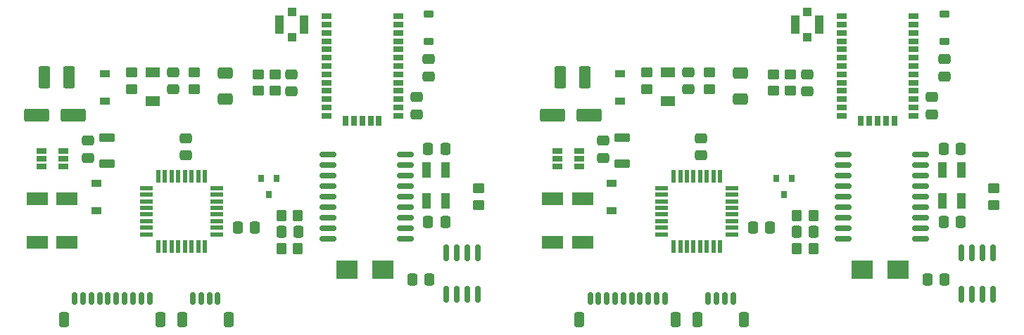
<source format=gbr>
%TF.GenerationSoftware,KiCad,Pcbnew,7.0.10*%
%TF.CreationDate,2024-01-03T22:03:13+01:00*%
%TF.ProjectId,SmartDisplay,536d6172-7444-4697-9370-6c61792e6b69,rev?*%
%TF.SameCoordinates,Original*%
%TF.FileFunction,Paste,Top*%
%TF.FilePolarity,Positive*%
%FSLAX46Y46*%
G04 Gerber Fmt 4.6, Leading zero omitted, Abs format (unit mm)*
G04 Created by KiCad (PCBNEW 7.0.10) date 2024-01-03 22:03:13*
%MOMM*%
%LPD*%
G01*
G04 APERTURE LIST*
G04 Aperture macros list*
%AMRoundRect*
0 Rectangle with rounded corners*
0 $1 Rounding radius*
0 $2 $3 $4 $5 $6 $7 $8 $9 X,Y pos of 4 corners*
0 Add a 4 corners polygon primitive as box body*
4,1,4,$2,$3,$4,$5,$6,$7,$8,$9,$2,$3,0*
0 Add four circle primitives for the rounded corners*
1,1,$1+$1,$2,$3*
1,1,$1+$1,$4,$5*
1,1,$1+$1,$6,$7*
1,1,$1+$1,$8,$9*
0 Add four rect primitives between the rounded corners*
20,1,$1+$1,$2,$3,$4,$5,0*
20,1,$1+$1,$4,$5,$6,$7,0*
20,1,$1+$1,$6,$7,$8,$9,0*
20,1,$1+$1,$8,$9,$2,$3,0*%
G04 Aperture macros list end*
%ADD10RoundRect,0.250000X0.475000X-0.337500X0.475000X0.337500X-0.475000X0.337500X-0.475000X-0.337500X0*%
%ADD11RoundRect,0.249999X-0.350001X-0.450001X0.350001X-0.450001X0.350001X0.450001X-0.350001X0.450001X0*%
%ADD12RoundRect,0.249999X-0.450001X0.350001X-0.450001X-0.350001X0.450001X-0.350001X0.450001X0.350001X0*%
%ADD13RoundRect,0.249999X0.450001X-0.350001X0.450001X0.350001X-0.450001X0.350001X-0.450001X-0.350001X0*%
%ADD14R,1.700000X1.300000*%
%ADD15R,2.500000X2.300000*%
%ADD16R,1.100000X1.900000*%
%ADD17RoundRect,0.250000X0.337500X0.475000X-0.337500X0.475000X-0.337500X-0.475000X0.337500X-0.475000X0*%
%ADD18RoundRect,0.250000X-0.337500X-0.475000X0.337500X-0.475000X0.337500X0.475000X-0.337500X0.475000X0*%
%ADD19RoundRect,0.150000X-0.150000X0.825000X-0.150000X-0.825000X0.150000X-0.825000X0.150000X0.825000X0*%
%ADD20R,1.600000X0.550000*%
%ADD21R,0.550000X1.600000*%
%ADD22RoundRect,0.150000X0.875000X0.150000X-0.875000X0.150000X-0.875000X-0.150000X0.875000X-0.150000X0*%
%ADD23RoundRect,0.250000X-0.462500X-1.075000X0.462500X-1.075000X0.462500X1.075000X-0.462500X1.075000X0*%
%ADD24RoundRect,0.250000X-1.250000X-0.550000X1.250000X-0.550000X1.250000X0.550000X-1.250000X0.550000X0*%
%ADD25RoundRect,0.250000X-1.050000X-0.550000X1.050000X-0.550000X1.050000X0.550000X-1.050000X0.550000X0*%
%ADD26RoundRect,0.250000X0.700000X-0.275000X0.700000X0.275000X-0.700000X0.275000X-0.700000X-0.275000X0*%
%ADD27RoundRect,0.249997X0.650003X-0.412503X0.650003X0.412503X-0.650003X0.412503X-0.650003X-0.412503X0*%
%ADD28R,1.143000X0.711200*%
%ADD29R,0.711200X1.143000*%
%ADD30R,1.220000X0.650000*%
%ADD31R,1.000000X1.000000*%
%ADD32R,1.050000X2.200000*%
%ADD33R,0.800000X0.900000*%
%ADD34R,1.200000X0.900000*%
%ADD35RoundRect,0.225000X-0.375000X0.225000X-0.375000X-0.225000X0.375000X-0.225000X0.375000X0.225000X0*%
%ADD36RoundRect,0.150000X0.150000X0.625000X-0.150000X0.625000X-0.150000X-0.625000X0.150000X-0.625000X0*%
%ADD37RoundRect,0.250000X0.350000X0.650000X-0.350000X0.650000X-0.350000X-0.650000X0.350000X-0.650000X0*%
G04 APERTURE END LIST*
D10*
%TO.C,C3*%
X93091612Y-46283491D03*
X93091612Y-44208491D03*
%TD*%
D11*
%TO.C,R5*%
X75341612Y-67033491D03*
X77341612Y-67033491D03*
%TD*%
%TO.C,R6*%
X75341612Y-63033491D03*
X77341612Y-63033491D03*
%TD*%
D10*
%TO.C,C12*%
X62341612Y-47845991D03*
X62341612Y-45770991D03*
%TD*%
%TO.C,C2*%
X63841612Y-55783491D03*
X63841612Y-53708491D03*
%TD*%
D12*
%TO.C,R4*%
X72591612Y-46033491D03*
X72591612Y-48033491D03*
%TD*%
D13*
%TO.C,R1*%
X57341612Y-47783491D03*
X57341612Y-45783491D03*
%TD*%
D14*
%TO.C,D4*%
X59841612Y-49283491D03*
X59841612Y-45783491D03*
%TD*%
D15*
%TO.C,D6*%
X87533612Y-69583491D03*
X83233612Y-69583491D03*
%TD*%
D16*
%TO.C,Y1*%
X92841612Y-57583491D03*
X92841612Y-61283491D03*
X95141612Y-61283491D03*
X95141612Y-57583491D03*
%TD*%
D17*
%TO.C,C10*%
X95091612Y-63783491D03*
X93016612Y-63783491D03*
%TD*%
D18*
%TO.C,C15*%
X91091612Y-70783491D03*
X93166612Y-70783491D03*
%TD*%
D19*
%TO.C,U4*%
X98963612Y-67583491D03*
X97693612Y-67583491D03*
X96423612Y-67583491D03*
X95153612Y-67583491D03*
X95153612Y-72533491D03*
X96423612Y-72533491D03*
X97693612Y-72533491D03*
X98963612Y-72533491D03*
%TD*%
D13*
%TO.C,R7*%
X99091612Y-61783491D03*
X99091612Y-59783491D03*
%TD*%
D18*
%TO.C,C11*%
X75341612Y-65033491D03*
X77416612Y-65033491D03*
%TD*%
D20*
%TO.C,U1*%
X59091612Y-59733491D03*
X59091612Y-60533491D03*
X59091612Y-61333491D03*
X59091612Y-62133491D03*
X59091612Y-62933491D03*
X59091612Y-63733491D03*
X59091612Y-64533491D03*
X59091612Y-65333491D03*
D21*
X60541612Y-66783491D03*
X61341612Y-66783491D03*
X62141612Y-66783491D03*
X62941612Y-66783491D03*
X63741612Y-66783491D03*
X64541612Y-66783491D03*
X65341612Y-66783491D03*
X66141612Y-66783491D03*
D20*
X67591612Y-65333491D03*
X67591612Y-64533491D03*
X67591612Y-63733491D03*
X67591612Y-62933491D03*
X67591612Y-62133491D03*
X67591612Y-61333491D03*
X67591612Y-60533491D03*
X67591612Y-59733491D03*
D21*
X66141612Y-58283491D03*
X65341612Y-58283491D03*
X64541612Y-58283491D03*
X63741612Y-58283491D03*
X62941612Y-58283491D03*
X62141612Y-58283491D03*
X61341612Y-58283491D03*
X60541612Y-58283491D03*
%TD*%
D18*
%TO.C,C1*%
X70091612Y-64533491D03*
X72166612Y-64533491D03*
%TD*%
D22*
%TO.C,U3*%
X90241612Y-65843491D03*
X90241612Y-64573491D03*
X90241612Y-63303491D03*
X90241612Y-62033491D03*
X90241612Y-60763491D03*
X90241612Y-59493491D03*
X90241612Y-58223491D03*
X90241612Y-56953491D03*
X90241612Y-55683491D03*
X80941612Y-55683491D03*
X80941612Y-56953491D03*
X80941612Y-58223491D03*
X80941612Y-59493491D03*
X80941612Y-60763491D03*
X80941612Y-62033491D03*
X80941612Y-63303491D03*
X80941612Y-64573491D03*
X80941612Y-65843491D03*
%TD*%
D13*
%TO.C,R3*%
X64841612Y-47783491D03*
X64841612Y-45783491D03*
%TD*%
D23*
%TO.C,F1*%
X46866612Y-46393491D03*
X49841612Y-46393491D03*
%TD*%
D12*
%TO.C,R2*%
X74591612Y-46033491D03*
X74591612Y-48033491D03*
%TD*%
D24*
%TO.C,C4*%
X45941612Y-50993491D03*
X50341612Y-50993491D03*
%TD*%
D10*
%TO.C,C5*%
X52091612Y-56108491D03*
X52091612Y-54033491D03*
%TD*%
D25*
%TO.C,C7*%
X45991612Y-60993491D03*
X49591612Y-60993491D03*
%TD*%
%TO.C,C9*%
X45991612Y-66283491D03*
X49591612Y-66283491D03*
%TD*%
D26*
%TO.C,L1*%
X54341612Y-56795991D03*
X54341612Y-53645991D03*
%TD*%
D18*
%TO.C,C6*%
X93016612Y-55033491D03*
X95091612Y-55033491D03*
%TD*%
D27*
%TO.C,C13*%
X68591612Y-49033491D03*
X68591612Y-45908491D03*
%TD*%
D28*
%TO.C,U5*%
X89416612Y-51033492D03*
X89416612Y-50033491D03*
X89416612Y-49033491D03*
X89416612Y-48033490D03*
X89416612Y-47033492D03*
X89416612Y-46033492D03*
X89416612Y-45033491D03*
X89416612Y-44033490D03*
X89416612Y-43033490D03*
X89416612Y-42033492D03*
X89416612Y-41033491D03*
X89416612Y-40033491D03*
X89416612Y-39033490D03*
X80766612Y-39033490D03*
X80766612Y-40033491D03*
X80766612Y-41033491D03*
X80766612Y-42033492D03*
X80766612Y-43033490D03*
X80766612Y-44033490D03*
X80766612Y-45033491D03*
X80766612Y-46033492D03*
X80766612Y-47033492D03*
X80766612Y-48033490D03*
X80766612Y-49033491D03*
X80766612Y-50033491D03*
X80766612Y-51033492D03*
D29*
X83091611Y-51633493D03*
X84091611Y-51633493D03*
X85091612Y-51633493D03*
X86091613Y-51633493D03*
X87091613Y-51633493D03*
%TD*%
D10*
%TO.C,C8*%
X76591612Y-48108491D03*
X76591612Y-46033491D03*
%TD*%
D30*
%TO.C,U2*%
X46531612Y-55243491D03*
X46531612Y-56193491D03*
X46531612Y-57143491D03*
X49151612Y-57143491D03*
X49151612Y-56193491D03*
X49151612Y-55243491D03*
%TD*%
D10*
%TO.C,C14*%
X91591612Y-50858491D03*
X91591612Y-48783491D03*
%TD*%
D31*
%TO.C,X1*%
X76616612Y-41533491D03*
D32*
X75141612Y-40033491D03*
D31*
X76616612Y-38533491D03*
D32*
X78091612Y-40033491D03*
%TD*%
D33*
%TO.C,D5*%
X74791612Y-58533491D03*
X72891612Y-58533491D03*
X73841612Y-60533491D03*
%TD*%
D34*
%TO.C,D2*%
X53091612Y-59133491D03*
X53091612Y-62433491D03*
%TD*%
%TO.C,D3*%
X54091612Y-49283491D03*
X54091612Y-45983491D03*
%TD*%
D35*
%TO.C,D1*%
X155091612Y-38783491D03*
X155091612Y-42083491D03*
%TD*%
D33*
%TO.C,D5*%
X136791612Y-58533491D03*
X134891612Y-58533491D03*
X135841612Y-60533491D03*
%TD*%
D36*
%TO.C,J4*%
X59501612Y-73068491D03*
X58501612Y-73068491D03*
X57501612Y-73068491D03*
X56501612Y-73068491D03*
X55501612Y-73068491D03*
X54501612Y-73068491D03*
X53501612Y-73068491D03*
X52501612Y-73068491D03*
X51501612Y-73068491D03*
X50501612Y-73068491D03*
D37*
X60801612Y-75593491D03*
X49201612Y-75593491D03*
%TD*%
D27*
%TO.C,C13*%
X130591612Y-49033491D03*
X130591612Y-45908491D03*
%TD*%
D18*
%TO.C,C11*%
X137341612Y-65033491D03*
X139416612Y-65033491D03*
%TD*%
D36*
%TO.C,J5*%
X129701612Y-73068491D03*
X128701612Y-73068491D03*
X127701612Y-73068491D03*
X126701612Y-73068491D03*
D37*
X131001612Y-75593491D03*
X125401612Y-75593491D03*
%TD*%
D36*
%TO.C,J4*%
X121501612Y-73068491D03*
X120501612Y-73068491D03*
X119501612Y-73068491D03*
X118501612Y-73068491D03*
X117501612Y-73068491D03*
X116501612Y-73068491D03*
X115501612Y-73068491D03*
X114501612Y-73068491D03*
X113501612Y-73068491D03*
X112501612Y-73068491D03*
D37*
X122801612Y-75593491D03*
X111201612Y-75593491D03*
%TD*%
D13*
%TO.C,R7*%
X161091612Y-61783491D03*
X161091612Y-59783491D03*
%TD*%
D34*
%TO.C,D3*%
X116091612Y-49283491D03*
X116091612Y-45983491D03*
%TD*%
D36*
%TO.C,J5*%
X67701612Y-73068491D03*
X66701612Y-73068491D03*
X65701612Y-73068491D03*
X64701612Y-73068491D03*
D37*
X69001612Y-75593491D03*
X63401612Y-75593491D03*
%TD*%
D24*
%TO.C,C4*%
X107941612Y-50993491D03*
X112341612Y-50993491D03*
%TD*%
D35*
%TO.C,D1*%
X93091612Y-38783491D03*
X93091612Y-42083491D03*
%TD*%
D11*
%TO.C,R6*%
X137341612Y-63033491D03*
X139341612Y-63033491D03*
%TD*%
D30*
%TO.C,U2*%
X108531612Y-55243491D03*
X108531612Y-56193491D03*
X108531612Y-57143491D03*
X111151612Y-57143491D03*
X111151612Y-56193491D03*
X111151612Y-55243491D03*
%TD*%
D15*
%TO.C,D6*%
X149533612Y-69583491D03*
X145233612Y-69583491D03*
%TD*%
D10*
%TO.C,C12*%
X124341612Y-47845991D03*
X124341612Y-45770991D03*
%TD*%
D12*
%TO.C,R2*%
X136591612Y-46033491D03*
X136591612Y-48033491D03*
%TD*%
D28*
%TO.C,U5*%
X151416612Y-51033492D03*
X151416612Y-50033491D03*
X151416612Y-49033491D03*
X151416612Y-48033490D03*
X151416612Y-47033492D03*
X151416612Y-46033492D03*
X151416612Y-45033491D03*
X151416612Y-44033490D03*
X151416612Y-43033490D03*
X151416612Y-42033492D03*
X151416612Y-41033491D03*
X151416612Y-40033491D03*
X151416612Y-39033490D03*
X142766612Y-39033490D03*
X142766612Y-40033491D03*
X142766612Y-41033491D03*
X142766612Y-42033492D03*
X142766612Y-43033490D03*
X142766612Y-44033490D03*
X142766612Y-45033491D03*
X142766612Y-46033492D03*
X142766612Y-47033492D03*
X142766612Y-48033490D03*
X142766612Y-49033491D03*
X142766612Y-50033491D03*
X142766612Y-51033492D03*
D29*
X145091611Y-51633493D03*
X146091611Y-51633493D03*
X147091612Y-51633493D03*
X148091613Y-51633493D03*
X149091613Y-51633493D03*
%TD*%
D14*
%TO.C,D4*%
X121841612Y-49283491D03*
X121841612Y-45783491D03*
%TD*%
D12*
%TO.C,R4*%
X134591612Y-46033491D03*
X134591612Y-48033491D03*
%TD*%
D10*
%TO.C,C3*%
X155091612Y-46283491D03*
X155091612Y-44208491D03*
%TD*%
D34*
%TO.C,D2*%
X115091612Y-59133491D03*
X115091612Y-62433491D03*
%TD*%
D10*
%TO.C,C8*%
X138591612Y-48108491D03*
X138591612Y-46033491D03*
%TD*%
%TO.C,C14*%
X153591612Y-50858491D03*
X153591612Y-48783491D03*
%TD*%
D26*
%TO.C,L1*%
X116341612Y-56795991D03*
X116341612Y-53645991D03*
%TD*%
D25*
%TO.C,C7*%
X107991612Y-60993491D03*
X111591612Y-60993491D03*
%TD*%
%TO.C,C9*%
X107991612Y-66283491D03*
X111591612Y-66283491D03*
%TD*%
D11*
%TO.C,R5*%
X137341612Y-67033491D03*
X139341612Y-67033491D03*
%TD*%
D10*
%TO.C,C5*%
X114091612Y-56108491D03*
X114091612Y-54033491D03*
%TD*%
D16*
%TO.C,Y1*%
X154841612Y-57583491D03*
X154841612Y-61283491D03*
X157141612Y-61283491D03*
X157141612Y-57583491D03*
%TD*%
D18*
%TO.C,C1*%
X132091612Y-64533491D03*
X134166612Y-64533491D03*
%TD*%
D22*
%TO.C,U3*%
X152241612Y-65843491D03*
X152241612Y-64573491D03*
X152241612Y-63303491D03*
X152241612Y-62033491D03*
X152241612Y-60763491D03*
X152241612Y-59493491D03*
X152241612Y-58223491D03*
X152241612Y-56953491D03*
X152241612Y-55683491D03*
X142941612Y-55683491D03*
X142941612Y-56953491D03*
X142941612Y-58223491D03*
X142941612Y-59493491D03*
X142941612Y-60763491D03*
X142941612Y-62033491D03*
X142941612Y-63303491D03*
X142941612Y-64573491D03*
X142941612Y-65843491D03*
%TD*%
D23*
%TO.C,F1*%
X108866612Y-46393491D03*
X111841612Y-46393491D03*
%TD*%
D18*
%TO.C,C15*%
X153091612Y-70783491D03*
X155166612Y-70783491D03*
%TD*%
D19*
%TO.C,U4*%
X160963612Y-67583491D03*
X159693612Y-67583491D03*
X158423612Y-67583491D03*
X157153612Y-67583491D03*
X157153612Y-72533491D03*
X158423612Y-72533491D03*
X159693612Y-72533491D03*
X160963612Y-72533491D03*
%TD*%
D20*
%TO.C,U1*%
X121091612Y-59733491D03*
X121091612Y-60533491D03*
X121091612Y-61333491D03*
X121091612Y-62133491D03*
X121091612Y-62933491D03*
X121091612Y-63733491D03*
X121091612Y-64533491D03*
X121091612Y-65333491D03*
D21*
X122541612Y-66783491D03*
X123341612Y-66783491D03*
X124141612Y-66783491D03*
X124941612Y-66783491D03*
X125741612Y-66783491D03*
X126541612Y-66783491D03*
X127341612Y-66783491D03*
X128141612Y-66783491D03*
D20*
X129591612Y-65333491D03*
X129591612Y-64533491D03*
X129591612Y-63733491D03*
X129591612Y-62933491D03*
X129591612Y-62133491D03*
X129591612Y-61333491D03*
X129591612Y-60533491D03*
X129591612Y-59733491D03*
D21*
X128141612Y-58283491D03*
X127341612Y-58283491D03*
X126541612Y-58283491D03*
X125741612Y-58283491D03*
X124941612Y-58283491D03*
X124141612Y-58283491D03*
X123341612Y-58283491D03*
X122541612Y-58283491D03*
%TD*%
D13*
%TO.C,R1*%
X119341612Y-47783491D03*
X119341612Y-45783491D03*
%TD*%
D31*
%TO.C,X1*%
X138616612Y-41533491D03*
D32*
X137141612Y-40033491D03*
D31*
X138616612Y-38533491D03*
D32*
X140091612Y-40033491D03*
%TD*%
D18*
%TO.C,C6*%
X155016612Y-55033491D03*
X157091612Y-55033491D03*
%TD*%
D13*
%TO.C,R3*%
X126841612Y-47783491D03*
X126841612Y-45783491D03*
%TD*%
D10*
%TO.C,C2*%
X125841612Y-55783491D03*
X125841612Y-53708491D03*
%TD*%
D17*
%TO.C,C10*%
X157091612Y-63783491D03*
X155016612Y-63783491D03*
%TD*%
M02*

</source>
